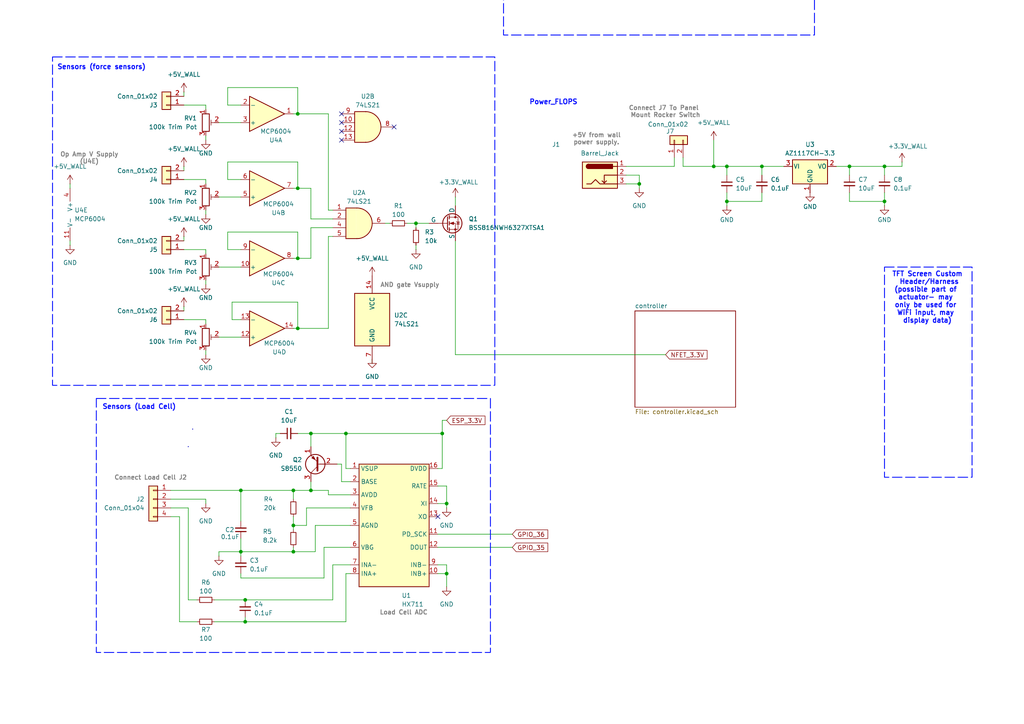
<source format=kicad_sch>
(kicad_sch (version 20231120) (generator "eeschema") (generator_version "8.0")
  (paper "A4")
  (title_block (title "FLOPS") (date "2024-11-14") (rev "3") (company "Team 09"))
  (lib_symbols
    (symbol "74xx:74LS21" (pin_names (offset 1.016))
      (property "Reference" "U" (at 0 1.27 0))
      (property "Value" "74LS21" (at 0 -1.27 0))
      (symbol "74LS21_1_1"
        (arc (start -0.635 -4.445) (mid 3.7907 0) (end -0.635 4.445) (stroke (width 0.254)) (fill (type background)))
        (polyline (pts (xy -0.635 4.445) (xy -3.81 4.445) (xy -3.81 -4.445) (xy -0.635 -4.445)) (stroke (width 0.254)) (fill (type background)))
        (pin input line (at -7.62 3.81 0) (length 3.81) (name "~") (number "1"))
        (pin input line (at -7.62 1.27 0) (length 3.81) (name "~") (number "2"))
        (pin input line (at -7.62 -1.27 0) (length 3.81) (name "~") (number "4"))
        (pin input line (at -7.62 -3.81 0) (length 3.81) (name "~") (number "5"))
        (pin output line (at 7.62 0 180) (length 3.81) (name "~") (number "6"))
      )
      (symbol "74LS21_1_2"
        (arc (start -3.81 -4.445) (mid -2.5908 0) (end -3.81 4.445) (stroke (width 0.254)))
        (arc (start -0.6096 -4.445) (mid 2.2246 -2.8422) (end 3.81 0) (stroke (width 0.254)) (fill (type background)))
        (polyline (pts (xy -3.81 -4.445) (xy -0.635 -4.445)) (stroke (width 0.254)) (fill (type background)))
        (polyline (pts (xy -3.81 4.445) (xy -0.635 4.445)) (stroke (width 0.254)) (fill (type background)))
        (polyline (pts (xy -0.635 4.445) (xy -3.81 4.445) (xy -3.81 4.445) (xy -3.6322 4.0894) (xy -3.0988 2.921) (xy -2.7686 1.6764) (xy -2.6162 0.4318) (xy -2.6416 -0.8636) (xy -2.8702 -2.1082) (xy -3.2512 -3.3274) (xy -3.81 -4.445) (xy -3.81 -4.445) (xy -0.635 -4.445)) (stroke (width -25.4)) (fill (type background)))
        (arc (start 3.81 0) (mid 2.2204 2.8379) (end -0.6096 4.445) (stroke (width 0.254)) (fill (type background)))
        (pin input inverted (at -7.62 3.81 0) (length 3.81) (name "~") (number "1"))
        (pin input inverted (at -7.62 1.27 0) (length 4.826) (name "~") (number "2"))
        (pin input inverted (at -7.62 -1.27 0) (length 4.826) (name "~") (number "4"))
        (pin input inverted (at -7.62 -3.81 0) (length 3.81) (name "~") (number "5"))
        (pin output inverted (at 7.62 0 180) (length 3.81) (name "~") (number "6"))
      )
      (symbol "74LS21_2_1"
        (arc (start -0.635 -4.445) (mid 3.7907 0) (end -0.635 4.445) (stroke (width 0.254)) (fill (type background)))
        (polyline (pts (xy -0.635 4.445) (xy -3.81 4.445) (xy -3.81 -4.445) (xy -0.635 -4.445)) (stroke (width 0.254)) (fill (type background)))
        (pin input line (at -7.62 1.27 0) (length 3.81) (name "~") (number "10"))
        (pin input line (at -7.62 -1.27 0) (length 3.81) (name "~") (number "12"))
        (pin input line (at -7.62 -3.81 0) (length 3.81) (name "~") (number "13"))
        (pin output line (at 7.62 0 180) (length 3.81) (name "~") (number "8"))
        (pin input line (at -7.62 3.81 0) (length 3.81) (name "~") (number "9"))
      )
      (symbol "74LS21_2_2"
        (arc (start -3.81 -4.445) (mid -2.5908 0) (end -3.81 4.445) (stroke (width 0.254)))
        (arc (start -0.6096 -4.445) (mid 2.2246 -2.8422) (end 3.81 0) (stroke (width 0.254)) (fill (type background)))
        (polyline (pts (xy -3.81 -4.445) (xy -0.635 -4.445)) (stroke (width 0.254)) (fill (type background)))
        (polyline (pts (xy -3.81 4.445) (xy -0.635 4.445)) (stroke (width 0.254)) (fill (type background)))
        (polyline (pts (xy -0.635 4.445) (xy -3.81 4.445) (xy -3.81 4.445) (xy -3.6322 4.0894) (xy -3.0988 2.921) (xy -2.7686 1.6764) (xy -2.6162 0.4318) (xy -2.6416 -0.8636) (xy -2.8702 -2.1082) (xy -3.2512 -3.3274) (xy -3.81 -4.445) (xy -3.81 -4.445) (xy -0.635 -4.445)) (stroke (width -25.4)) (fill (type background)))
        (arc (start 3.81 0) (mid 2.2204 2.8379) (end -0.6096 4.445) (stroke (width 0.254)) (fill (type background)))
        (pin input inverted (at -7.62 1.27 0) (length 4.826) (name "~") (number "10"))
        (pin input inverted (at -7.62 -1.27 0) (length 4.826) (name "~") (number "12"))
        (pin input inverted (at -7.62 -3.81 0) (length 3.81) (name "~") (number "13"))
        (pin output inverted (at 7.62 0 180) (length 3.81) (name "~") (number "8"))
        (pin input inverted (at -7.62 3.81 0) (length 3.81) (name "~") (number "9"))
      )
      (symbol "74LS21_3_0"
        (pin power_in line (at 0 12.7 270) (length 5.08) (name "VCC") (number "14"))
        (pin power_in line (at 0 -12.7 90) (length 5.08) (name "GND") (number "7"))
      )
      (symbol "74LS21_3_1"
        (rectangle (start -5.08 7.62) (end 5.08 -7.62) (stroke (width 0.254)) (fill (type background)))
      )
    )
    (symbol "Amplifier_Operational:MCP6004" (pin_names (offset 0.127))
      (property "Reference" "U" (at 0 5.08 0))
      (property "Value" "MCP6004" (at 0 -5.08 0))
      (symbol "MCP6004_1_1"
        (polyline (pts (xy -5.08 5.08) (xy 5.08 0) (xy -5.08 -5.08) (xy -5.08 5.08)) (stroke (width 0.254)) (fill (type background)))
        (pin output line (at 7.62 0 180) (length 2.54) (name "~") (number "1"))
        (pin input line (at -7.62 -2.54 0) (length 2.54) (name "-") (number "2"))
        (pin input line (at -7.62 2.54 0) (length 2.54) (name "+") (number "3"))
      )
      (symbol "MCP6004_2_1"
        (polyline (pts (xy -5.08 5.08) (xy 5.08 0) (xy -5.08 -5.08) (xy -5.08 5.08)) (stroke (width 0.254)) (fill (type background)))
        (pin input line (at -7.62 2.54 0) (length 2.54) (name "+") (number "5"))
        (pin input line (at -7.62 -2.54 0) (length 2.54) (name "-") (number "6"))
        (pin output line (at 7.62 0 180) (length 2.54) (name "~") (number "7"))
      )
      (symbol "MCP6004_3_1"
        (polyline (pts (xy -5.08 5.08) (xy 5.08 0) (xy -5.08 -5.08) (xy -5.08 5.08)) (stroke (width 0.254)) (fill (type background)))
        (pin input line (at -7.62 2.54 0) (length 2.54) (name "+") (number "10"))
        (pin output line (at 7.62 0 180) (length 2.54) (name "~") (number "8"))
        (pin input line (at -7.62 -2.54 0) (length 2.54) (name "-") (number "9"))
      )
      (symbol "MCP6004_4_1"
        (polyline (pts (xy -5.08 5.08) (xy 5.08 0) (xy -5.08 -5.08) (xy -5.08 5.08)) (stroke (width 0.254)) (fill (type background)))
        (pin input line (at -7.62 2.54 0) (length 2.54) (name "+") (number "12"))
        (pin input line (at -7.62 -2.54 0) (length 2.54) (name "-") (number "13"))
        (pin output line (at 7.62 0 180) (length 2.54) (name "~") (number "14"))
      )
      (symbol "MCP6004_5_1"
        (pin power_in line (at -2.54 -7.62 90) (length 3.81) (name "V-") (number "11"))
        (pin power_in line (at -2.54 7.62 270) (length 3.81) (name "V+") (number "4"))
      )
    )
    (symbol "Analog_ADC:HX711"
      (property "Reference" "U1" (at 2.1941 -20.32 0))
      (property "Value" "HX711" (at 2.1941 -22.86 0))
      (symbol "HX711_0_1"
        (rectangle (start -10.16 17.78) (end 10.16 -17.78) (stroke (width 0.254)) (fill (type background)))
      )
      (symbol "HX711_1_1"
        (pin power_in line (at -12.7 16.51 0) (length 2.54) (name "VSUP") (number "1"))
        (pin input line (at 12.7 -13.97 180) (length 2.54) (name "INB+") (number "10"))
        (pin input line (at 12.7 -2.54 180) (length 2.54) (name "PD_SCK") (number "11"))
        (pin output line (at 12.7 -6.35 180) (length 2.54) (name "DOUT") (number "12"))
        (pin passive line (at 12.7 2.54 180) (length 2.54) (name "XO") (number "13"))
        (pin passive line (at 12.7 6.35 180) (length 2.54) (name "XI") (number "14"))
        (pin input line (at 12.7 11.43 180) (length 2.54) (name "RATE") (number "15"))
        (pin power_in line (at 12.7 16.51 180) (length 2.54) (name "DVDD") (number "16"))
        (pin passive line (at -12.7 12.7 0) (length 2.54) (name "BASE") (number "2"))
        (pin power_in line (at -12.7 8.89 0) (length 2.54) (name "AVDD") (number "3"))
        (pin input line (at -12.7 5.08 0) (length 2.54) (name "VFB") (number "4"))
        (pin power_in line (at -12.7 0 0) (length 2.54) (name "AGND") (number "5"))
        (pin passive line (at -12.7 -6.35 0) (length 2.54) (name "VBG") (number "6"))
        (pin input line (at -12.7 -11.43 0) (length 2.54) (name "INA-") (number "7"))
        (pin input line (at -12.7 -13.97 0) (length 2.54) (name "INA+") (number "8"))
        (pin input line (at 12.7 -11.43 180) (length 2.54) (name "INB-") (number "9"))
      )
    )
    (symbol "Connector:Barrel_Jack_Switch_Pin3Ring" (pin_names hide)
      (property "Reference" "J" (at 0 5.334 0))
      (property "Value" "Barrel_Jack_Switch_Pin3Ring" (at 0 -5.08 0))
      (symbol "Barrel_Jack_Switch_Pin3Ring_0_1"
        (rectangle (start -5.08 3.81) (end 5.08 -3.81) (stroke (width 0.254)) (fill (type background)))
        (arc (start -3.302 3.175) (mid -3.9343 2.54) (end -3.302 1.905) (stroke (width 0.254)))
        (arc (start -3.302 3.175) (mid -3.9343 2.54) (end -3.302 1.905) (stroke (width 0.254)) (fill (type outline)))
        (polyline (pts (xy 1.27 -2.286) (xy 1.905 -1.651)) (stroke (width 0.254)))
        (polyline (pts (xy 5.08 2.54) (xy 3.81 2.54)) (stroke (width 0.254)))
        (polyline (pts (xy 5.08 0) (xy 1.27 0) (xy 1.27 -2.286) (xy 0.635 -1.651)) (stroke (width 0.254)))
        (polyline (pts (xy -3.81 -2.54) (xy -2.54 -2.54) (xy -1.27 -1.27) (xy 0 -2.54) (xy 2.54 -2.54) (xy 5.08 -2.54)) (stroke (width 0.254)))
        (rectangle (start 3.683 3.175) (end -3.302 1.905) (stroke (width 0.254)) (fill (type outline)))
      )
      (symbol "Barrel_Jack_Switch_Pin3Ring_1_1"
        (pin passive line (at 7.62 2.54 180) (length 2.54) (name "~") (number "1"))
        (pin passive line (at 7.62 0 180) (length 2.54) (name "~") (number "2"))
        (pin passive line (at 7.62 -2.54 180) (length 2.54) (name "~") (number "3"))
      )
    )
    (symbol "Connector_Generic:Conn_01x02" (pin_names (offset 1.016) hide)
      (property "Reference" "J" (at 0 2.54 0))
      (property "Value" "Conn_01x02" (at 0 -5.08 0))
      (symbol "Conn_01x02_1_1"
        (rectangle (start -1.27 -2.413) (end 0 -2.667) (stroke (width 0.1524)))
        (rectangle (start -1.27 0.127) (end 0 -0.127) (stroke (width 0.1524)))
        (rectangle (start -1.27 1.27) (end 1.27 -3.81) (stroke (width 0.254)) (fill (type background)))
        (pin passive line (at -5.08 0 0) (length 3.81) (name "Pin_1") (number "1"))
        (pin passive line (at -5.08 -2.54 0) (length 3.81) (name "Pin_2") (number "2"))
      )
    )
    (symbol "Connector_Generic:Conn_01x04" (pin_names (offset 1.016) hide)
      (property "Reference" "J" (at 0 5.08 0))
      (property "Value" "Conn_01x04" (at 0 -7.62 0))
      (symbol "Conn_01x04_1_1"
        (rectangle (start -1.27 -4.953) (end 0 -5.207) (stroke (width 0.1524)))
        (rectangle (start -1.27 -2.413) (end 0 -2.667) (stroke (width 0.1524)))
        (rectangle (start -1.27 0.127) (end 0 -0.127) (stroke (width 0.1524)))
        (rectangle (start -1.27 2.667) (end 0 2.413) (stroke (width 0.1524)))
        (rectangle (start -1.27 3.81) (end 1.27 -6.35) (stroke (width 0.254)) (fill (type background)))
        (pin passive line (at -5.08 2.54 0) (length 3.81) (name "Pin_1") (number "1"))
        (pin passive line (at -5.08 0 0) (length 3.81) (name "Pin_2") (number "2"))
        (pin passive line (at -5.08 -2.54 0) (length 3.81) (name "Pin_3") (number "3"))
        (pin passive line (at -5.08 -5.08 0) (length 3.81) (name "Pin_4") (number "4"))
      )
    )
    (symbol "Device:C_Small" (pin_numbers hide) (pin_names (offset 0.254) hide)
      (property "Reference" "C" (at 0.254 1.778 0))
      (property "Value" "C_Small" (at 0.254 -2.032 0))
      (symbol "C_Small_0_1"
        (polyline (pts (xy -1.524 -0.508) (xy 1.524 -0.508)) (stroke (width 0.3302)))
        (polyline (pts (xy -1.524 0.508) (xy 1.524 0.508)) (stroke (width 0.3048)))
      )
      (symbol "C_Small_1_1"
        (pin passive line (at 0 2.54 270) (length 2.032) (name "~") (number "1"))
        (pin passive line (at 0 -2.54 90) (length 2.032) (name "~") (number "2"))
      )
    )
    (symbol "Device:R_Potentiometer_Trim" (pin_names (offset 1.016) hide)
      (property "Reference" "RV" (at -4.445 0 90))
      (property "Value" "R_Potentiometer_Trim" (at -2.54 0 90))
      (symbol "R_Potentiometer_Trim_0_1"
        (polyline (pts (xy 1.524 0.762) (xy 1.524 -0.762)))
        (polyline (pts (xy 2.54 0) (xy 1.524 0)))
        (rectangle (start 1.016 2.54) (end -1.016 -2.54) (stroke (width 0.254)))
      )
      (symbol "R_Potentiometer_Trim_1_1"
        (pin passive line (at 0 3.81 270) (length 1.27) (name "1") (number "1"))
        (pin passive line (at 3.81 0 180) (length 1.27) (name "2") (number "2"))
        (pin passive line (at 0 -3.81 90) (length 1.27) (name "3") (number "3"))
      )
    )
    (symbol "Device:R_Small" (pin_numbers hide) (pin_names (offset 0.254) hide)
      (property "Reference" "R" (at 0.762 0.508 0))
      (property "Value" "R_Small" (at 0.762 -1.016 0))
      (symbol "R_Small_0_1"
        (rectangle (start -0.762 1.778) (end 0.762 -1.778) (stroke (width 0.2032)))
      )
      (symbol "R_Small_1_1"
        (pin passive line (at 0 2.54 270) (length 0.762) (name "~") (number "1"))
        (pin passive line (at 0 -2.54 90) (length 0.762) (name "~") (number "2"))
      )
    )
    (symbol "Regulator_Linear:AZ1117-3.3" (pin_names (offset 0.254))
      (property "Reference" "U" (at -3.81 3.175 0))
      (property "Value" "AZ1117-3.3" (at 0 3.175 0))
      (symbol "AZ1117-3.3_0_1"
        (rectangle (start -5.08 1.905) (end 5.08 -5.08) (stroke (width 0.254)) (fill (type background)))
      )
      (symbol "AZ1117-3.3_1_1"
        (pin power_in line (at 0 -7.62 90) (length 2.54) (name "GND") (number "1"))
        (pin power_out line (at 7.62 0 180) (length 2.54) (name "VO") (number "2"))
        (pin power_in line (at -7.62 0 0) (length 2.54) (name "VI") (number "3"))
      )
    )
    (symbol "Simulation_SPICE:NMOS" (pin_numbers hide) (pin_names (offset 0))
      (property "Reference" "Q" (at 5.08 1.27 0))
      (property "Value" "NMOS" (at 5.08 -1.27 0))
      (symbol "NMOS_0_1"
        (polyline (pts (xy 0.254 0) (xy -2.54 0)))
        (polyline (pts (xy 0.254 1.905) (xy 0.254 -1.905)) (stroke (width 0.254)))
        (polyline (pts (xy 0.762 -1.27) (xy 0.762 -2.286)) (stroke (width 0.254)))
        (polyline (pts (xy 0.762 0.508) (xy 0.762 -0.508)) (stroke (width 0.254)))
        (polyline (pts (xy 0.762 2.286) (xy 0.762 1.27)) (stroke (width 0.254)))
        (polyline (pts (xy 2.54 2.54) (xy 2.54 1.778)))
        (polyline (pts (xy 2.54 -2.54) (xy 2.54 0) (xy 0.762 0)))
        (polyline (pts (xy 0.762 -1.778) (xy 3.302 -1.778) (xy 3.302 1.778) (xy 0.762 1.778)))
        (polyline (pts (xy 1.016 0) (xy 2.032 0.381) (xy 2.032 -0.381) (xy 1.016 0)) (fill (type outline)))
        (polyline (pts (xy 2.794 0.508) (xy 2.921 0.381) (xy 3.683 0.381) (xy 3.81 0.254)))
        (polyline (pts (xy 3.302 0.381) (xy 2.921 -0.254) (xy 3.683 -0.254) (xy 3.302 0.381)))
        (circle (center 1.651 0) (radius 2.794) (stroke (width 0.254)))
        (circle (center 2.54 -1.778) (radius 0.254) (fill (type outline)))
        (circle (center 2.54 1.778) (radius 0.254) (fill (type outline)))
      )
      (symbol "NMOS_1_1"
        (pin passive line (at 2.54 5.08 270) (length 2.54) (name "D") (number "1"))
        (pin input line (at -5.08 0 0) (length 2.54) (name "G") (number "2"))
        (pin passive line (at 2.54 -5.08 90) (length 2.54) (name "S") (number "3"))
      )
    )
    (symbol "Transistor_BJT:S8550" (pin_names (offset 0) hide)
      (property "Reference" "Q" (at 5.08 1.905 0))
      (property "Value" "S8550" (at 5.08 0 0))
      (symbol "S8550_0_1"
        (polyline (pts (xy 0 0) (xy 0.635 0)))
        (polyline (pts (xy 2.54 -2.54) (xy 0.635 -0.635)))
        (polyline (pts (xy 2.54 2.54) (xy 0.635 0.635)))
        (polyline (pts (xy 0.635 1.905) (xy 0.635 -1.905) (xy 0.635 -1.905)) (stroke (width 0.508)) (fill (type outline)))
        (polyline (pts (xy 1.778 -2.286) (xy 2.286 -1.778) (xy 1.27 -1.27) (xy 1.778 -2.286) (xy 1.778 -2.286)) (fill (type outline)))
        (circle (center 1.27 0) (radius 2.8194) (stroke (width 0.254)))
      )
      (symbol "S8550_1_1"
        (pin passive line (at 2.54 -5.08 90) (length 2.54) (name "E") (number "1"))
        (pin input line (at -5.08 0 0) (length 5.08) (name "B") (number "2"))
        (pin passive line (at 2.54 5.08 270) (length 2.54) (name "C") (number "3"))
      )
    )
    (symbol "power:+3.3V" (power) (pin_numbers hide) (pin_names (offset 0) hide)
      (property "Value" "+3.3V" (at 0 3.556 0))
      (symbol "+3.3V_0_1"
        (polyline (pts (xy -0.762 1.27) (xy 0 2.54)))
        (polyline (pts (xy 0 0) (xy 0 2.54)))
        (polyline (pts (xy 0 2.54) (xy 0.762 1.27)))
      )
      (symbol "+3.3V_1_1"
        (pin power_in line (at 0 0 90) (length 0) (name "~") (number "1"))
      )
    )
    (symbol "power:+5V" (power) (pin_numbers hide) (pin_names (offset 0) hide)
      (property "Value" "+5V" (at 0 3.556 0))
      (symbol "+5V_0_1"
        (polyline (pts (xy -0.762 1.27) (xy 0 2.54)))
        (polyline (pts (xy 0 0) (xy 0 2.54)))
        (polyline (pts (xy 0 2.54) (xy 0.762 1.27)))
      )
      (symbol "+5V_1_1"
        (pin power_in line (at 0 0 90) (length 0) (name "~") (number "1"))
      )
    )
    (symbol "power:GND" (power) (pin_numbers hide) (pin_names (offset 0) hide)
      (property "Value" "GND" (at 0 -3.81 0))
      (symbol "GND_0_1"
        (polyline (pts (xy 0 0) (xy 0 -1.27) (xy 1.27 -1.27) (xy 0 -2.54) (xy -1.27 -1.27) (xy 0 -1.27)))
      )
      (symbol "GND_1_1"
        (pin power_in line (at 0 0 270) (length 0) (name "~") (number "1"))
      )
    )
  )
  (junction (at 129.54 166.37))
  (junction (at 220.98 48.26))
  (junction (at 210.82 48.26))
  (junction (at 128.27 125.73))
  (junction (at 86.36 74.93))
  (junction (at 207.01 48.26))
  (junction (at 90.17 125.73))
  (junction (at 69.85 160.02))
  (junction (at 85.09 142.24))
  (junction (at 69.85 142.24))
  (junction (at 256.54 58.42))
  (junction (at 100.33 125.73))
  (junction (at 210.82 58.42))
  (junction (at 71.12 173.99))
  (junction (at 71.12 180.34))
  (junction (at 85.09 152.4))
  (junction (at 90.17 142.24))
  (junction (at 129.54 146.05))
  (junction (at 86.36 54.61))
  (junction (at 86.36 33.02))
  (junction (at 246.38 48.26))
  (junction (at 85.09 160.02))
  (junction (at 120.65 64.77))
  (junction (at 185.42 53.34))
  (junction (at 86.36 95.25))
  (junction (at 256.54 48.26))
  (no_connect (at 127 149.86))
  (no_connect (at 99.06 33.02))
  (no_connect (at 114.3 36.83))
  (no_connect (at 99.06 35.56))
  (no_connect (at 99.06 40.64))
  (no_connect (at 99.06 38.1))
  (wire (pts (xy 62.23 173.99) (xy 71.12 173.99)))
  (wire (pts (xy 111.76 64.77) (xy 113.03 64.77)))
  (wire (pts (xy 127 140.97) (xy 129.54 140.97)))
  (wire (pts (xy 128.27 121.92) (xy 128.27 125.73)))
  (wire (pts (xy 85.09 74.93) (xy 86.36 74.93)))
  (wire (pts (xy 256.54 58.42) (xy 256.54 59.69)))
  (wire (pts (xy 185.42 53.34) (xy 185.42 54.61)))
  (wire (pts (xy 93.98 167.64) (xy 69.85 167.64)))
  (wire (pts (xy 49.53 142.24) (xy 69.85 142.24)))
  (wire (pts (xy 69.85 160.02) (xy 85.09 160.02)))
  (wire (pts (xy 63.5 57.15) (xy 69.85 57.15)))
  (wire (pts (xy 86.36 74.93) (xy 90.17 74.93)))
  (wire (pts (xy 69.85 142.24) (xy 69.85 151.13)))
  (wire (pts (xy 198.12 48.26) (xy 198.12 45.72)))
  (wire (pts (xy 242.57 48.26) (xy 246.38 48.26)))
  (wire (pts (xy 85.09 160.02) (xy 85.09 158.75)))
  (wire (pts (xy 53.34 92.71) (xy 59.69 92.71)))
  (wire (pts (xy 80.01 125.73) (xy 80.01 127)))
  (wire (pts (xy 69.85 156.21) (xy 69.85 160.02)))
  (wire (pts (xy 49.53 144.78) (xy 59.69 144.78)))
  (wire (pts (xy 63.5 160.02) (xy 69.85 160.02)))
  (wire (pts (xy 101.6 147.32) (xy 88.9 147.32)))
  (wire (pts (xy 59.69 30.48) (xy 59.69 31.75)))
  (wire (pts (xy 90.17 125.73) (xy 100.33 125.73)))
  (wire (pts (xy 132.08 102.87) (xy 193.04 102.87)))
  (wire (pts (xy 198.12 48.26) (xy 207.01 48.26)))
  (wire (pts (xy 95.25 68.58) (xy 96.52 68.58)))
  (wire (pts (xy 59.69 144.78) (xy 59.69 146.05)))
  (wire (pts (xy 53.34 68.58) (xy 53.34 69.85)))
  (wire (pts (xy 246.38 48.26) (xy 246.38 50.8)))
  (wire (pts (xy 67.31 92.71) (xy 69.85 92.71)))
  (wire (pts (xy 59.69 72.39) (xy 59.69 73.66)))
  (wire (pts (xy 181.61 48.26) (xy 195.58 48.26)))
  (wire (pts (xy 220.98 48.26) (xy 220.98 50.8)))
  (wire (pts (xy 220.98 48.26) (xy 227.33 48.26)))
  (wire (pts (xy 66.04 72.39) (xy 69.85 72.39)))
  (wire (pts (xy 59.69 39.37) (xy 59.69 40.64)))
  (wire (pts (xy 81.28 125.73) (xy 80.01 125.73)))
  (wire (pts (xy 20.32 53.34) (xy 20.32 54.61)))
  (wire (pts (xy 127 166.37) (xy 129.54 166.37)))
  (wire (pts (xy 53.34 48.26) (xy 53.34 49.53)))
  (wire (pts (xy 63.5 35.56) (xy 69.85 35.56)))
  (wire (pts (xy 118.11 64.77) (xy 120.65 64.77)))
  (wire (pts (xy 53.34 88.9) (xy 53.34 90.17)))
  (wire (pts (xy 95.25 33.02) (xy 95.25 60.96)))
  (wire (pts (xy 85.09 152.4) (xy 85.09 153.67)))
  (wire (pts (xy 66.04 67.31) (xy 86.36 67.31)))
  (wire (pts (xy 52.07 149.86) (xy 52.07 180.34)))
  (wire (pts (xy 210.82 55.88) (xy 210.82 58.42)))
  (wire (pts (xy 67.31 87.63) (xy 67.31 92.71)))
  (wire (pts (xy 101.6 166.37) (xy 100.33 166.37)))
  (wire (pts (xy 90.17 125.73) (xy 90.17 129.54)))
  (wire (pts (xy 256.54 55.88) (xy 256.54 58.42)))
  (wire (pts (xy 86.36 67.31) (xy 86.36 74.93)))
  (wire (pts (xy 86.36 46.99) (xy 86.36 54.61)))
  (wire (pts (xy 59.69 101.6) (xy 59.69 102.87)))
  (wire (pts (xy 85.09 33.02) (xy 86.36 33.02)))
  (wire (pts (xy 120.65 64.77) (xy 120.65 66.04)))
  (wire (pts (xy 85.09 149.86) (xy 85.09 152.4)))
  (wire (pts (xy 210.82 58.42) (xy 220.98 58.42)))
  (wire (pts (xy 100.33 166.37) (xy 100.33 180.34)))
  (wire (pts (xy 20.32 69.85) (xy 20.32 71.12)))
  (wire (pts (xy 69.85 142.24) (xy 85.09 142.24)))
  (wire (pts (xy 63.5 161.29) (xy 63.5 160.02)))
  (wire (pts (xy 256.54 48.26) (xy 256.54 50.8)))
  (wire (pts (xy 71.12 173.99) (xy 96.52 173.99)))
  (wire (pts (xy 101.6 135.89) (xy 100.33 135.89)))
  (wire (pts (xy 95.25 95.25) (xy 95.25 68.58)))
  (wire (pts (xy 49.53 147.32) (xy 54.61 147.32)))
  (wire (pts (xy 53.34 72.39) (xy 59.69 72.39)))
  (wire (pts (xy 53.34 52.07) (xy 59.69 52.07)))
  (wire (pts (xy 86.36 54.61) (xy 90.17 54.61)))
  (wire (pts (xy 88.9 147.32) (xy 88.9 152.4)))
  (wire (pts (xy 85.09 160.02) (xy 91.44 160.02)))
  (wire (pts (xy 129.54 146.05) (xy 129.54 147.32)))
  (wire (pts (xy 90.17 142.24) (xy 90.17 139.7)))
  (wire (pts (xy 59.69 81.28) (xy 59.69 82.55)))
  (wire (pts (xy 220.98 58.42) (xy 220.98 55.88)))
  (wire (pts (xy 85.09 142.24) (xy 90.17 142.24)))
  (wire (pts (xy 86.36 125.73) (xy 90.17 125.73)))
  (wire (pts (xy 91.44 152.4) (xy 91.44 160.02)))
  (wire (pts (xy 100.33 125.73) (xy 100.33 135.89)))
  (wire (pts (xy 49.53 149.86) (xy 52.07 149.86)))
  (wire (pts (xy 101.6 143.51) (xy 95.25 143.51)))
  (wire (pts (xy 207.01 48.26) (xy 210.82 48.26)))
  (wire (pts (xy 207.01 40.64) (xy 207.01 48.26)))
  (wire (pts (xy 210.82 48.26) (xy 210.82 50.8)))
  (wire (pts (xy 53.34 26.67) (xy 53.34 27.94)))
  (wire (pts (xy 86.36 25.4) (xy 86.36 33.02)))
  (wire (pts (xy 66.04 52.07) (xy 69.85 52.07)))
  (wire (pts (xy 129.54 121.92) (xy 128.27 121.92)))
  (wire (pts (xy 107.95 105.41) (xy 107.95 104.14)))
  (wire (pts (xy 59.69 92.71) (xy 59.69 93.98)))
  (wire (pts (xy 181.61 50.8) (xy 185.42 50.8)))
  (wire (pts (xy 256.54 48.26) (xy 261.62 48.26)))
  (wire (pts (xy 210.82 58.42) (xy 210.82 59.69)))
  (wire (pts (xy 127 163.83) (xy 129.54 163.83)))
  (wire (pts (xy 66.04 46.99) (xy 66.04 52.07)))
  (wire (pts (xy 132.08 57.15) (xy 132.08 59.69)))
  (wire (pts (xy 88.9 152.4) (xy 85.09 152.4)))
  (wire (pts (xy 96.52 163.83) (xy 96.52 173.99)))
  (wire (pts (xy 52.07 180.34) (xy 57.15 180.34)))
  (wire (pts (xy 99.06 134.62) (xy 97.79 134.62)))
  (wire (pts (xy 62.23 180.34) (xy 71.12 180.34)))
  (wire (pts (xy 95.25 60.96) (xy 96.52 60.96)))
  (wire (pts (xy 90.17 63.5) (xy 96.52 63.5)))
  (wire (pts (xy 127 154.94) (xy 148.59 154.94)))
  (wire (pts (xy 120.65 64.77) (xy 124.46 64.77)))
  (wire (pts (xy 185.42 50.8) (xy 185.42 53.34)))
  (wire (pts (xy 71.12 180.34) (xy 100.33 180.34)))
  (wire (pts (xy 63.5 97.79) (xy 69.85 97.79)))
  (wire (pts (xy 101.6 152.4) (xy 91.44 152.4)))
  (wire (pts (xy 99.06 134.62) (xy 99.06 139.7)))
  (wire (pts (xy 66.04 25.4) (xy 66.04 30.48)))
  (wire (pts (xy 90.17 54.61) (xy 90.17 63.5)))
  (wire (pts (xy 99.06 139.7) (xy 101.6 139.7)))
  (wire (pts (xy 59.69 60.96) (xy 59.69 62.23)))
  (wire (pts (xy 63.5 77.47) (xy 69.85 77.47)))
  (wire (pts (xy 210.82 48.26) (xy 220.98 48.26)))
  (wire (pts (xy 129.54 146.05) (xy 127 146.05)))
  (wire (pts (xy 54.61 147.32) (xy 54.61 173.99)))
  (wire (pts (xy 129.54 163.83) (xy 129.54 166.37)))
  (wire (pts (xy 129.54 140.97) (xy 129.54 146.05)))
  (wire (pts (xy 66.04 46.99) (xy 86.36 46.99)))
  (wire (pts (xy 85.09 54.61) (xy 86.36 54.61)))
  (wire (pts (xy 90.17 66.04) (xy 96.52 66.04)))
  (wire (pts (xy 85.09 95.25) (xy 86.36 95.25)))
  (wire (pts (xy 67.31 87.63) (xy 86.36 87.63)))
  (wire (pts (xy 120.65 71.12) (xy 120.65 72.39)))
  (wire (pts (xy 90.17 74.93) (xy 90.17 66.04)))
  (wire (pts (xy 132.08 69.85) (xy 132.08 102.87)))
  (wire (pts (xy 127 158.75) (xy 148.59 158.75)))
  (wire (pts (xy 53.34 30.48) (xy 59.69 30.48)))
  (wire (pts (xy 86.36 95.25) (xy 95.25 95.25)))
  (wire (pts (xy 100.33 125.73) (xy 128.27 125.73)))
  (wire (pts (xy 59.69 52.07) (xy 59.69 53.34)))
  (wire (pts (xy 95.25 142.24) (xy 90.17 142.24)))
  (wire (pts (xy 69.85 167.64) (xy 69.85 166.37)))
  (wire (pts (xy 246.38 55.88) (xy 246.38 58.42)))
  (wire (pts (xy 86.36 33.02) (xy 95.25 33.02)))
  (wire (pts (xy 54.61 173.99) (xy 57.15 173.99)))
  (wire (pts (xy 93.98 158.75) (xy 93.98 167.64)))
  (wire (pts (xy 85.09 142.24) (xy 85.09 144.78)))
  (wire (pts (xy 101.6 163.83) (xy 96.52 163.83)))
  (wire (pts (xy 86.36 87.63) (xy 86.36 95.25)))
  (wire (pts (xy 181.61 53.34) (xy 185.42 53.34)))
  (wire (pts (xy 246.38 48.26) (xy 256.54 48.26)))
  (wire (pts (xy 129.54 166.37) (xy 129.54 170.18)))
  (wire (pts (xy 71.12 180.34) (xy 71.12 179.07)))
  (wire (pts (xy 95.25 143.51) (xy 95.25 142.24)))
  (wire (pts (xy 66.04 25.4) (xy 86.36 25.4)))
  (wire (pts (xy 101.6 158.75) (xy 93.98 158.75)))
  (wire (pts (xy 246.38 58.42) (xy 256.54 58.42)))
  (wire (pts (xy 195.58 48.26) (xy 195.58 45.72)))
  (wire (pts (xy 128.27 135.89) (xy 128.27 125.73)))
  (wire (pts (xy 261.62 46.99) (xy 261.62 48.26)))
  (wire (pts (xy 66.04 30.48) (xy 69.85 30.48)))
  (wire (pts (xy 66.04 67.31) (xy 66.04 72.39)))
  (wire (pts (xy 127 135.89) (xy 128.27 135.89)))
  (wire (pts (xy 69.85 160.02) (xy 69.85 161.29)))
  (rectangle (start 15.24 16.51) (end 143.51 111.76) (stroke (width 0.254) (type dash) (color 0 11 255 1)))
  (rectangle (start 146.05 -24.13) (end 236.22 10.16) (stroke (width 0.254) (type dash) (color 0 11 255 1)))
  (circle (center 54.61 129.54) (radius 0.0001))
  (rectangle (start 256.54 77.47) (end 281.94 138.43) (stroke (width 0.254) (type dash) (color 0 11 255 1)))
  (rectangle (start 27.94 115.57) (end 142.24 189.23) (stroke (width 0.254) (type dash) (color 0 11 255 1)))
  (circle (center 55.88 124.46) (radius 0.0001))
  (text "Connect J7 To Panel\n Mount Rocker Switch" (at 192.532 32.512 0) (effects (font (size 1.27 1.27) (thickness 0.254) (bold yes))))
  (text "Power_FLOPS" (at 160.528 29.718 0) (effects (font (size 1.397 1.397) (thickness 0.2794) (bold yes))))
  (text "+5V from wall \npower supply. " (at 173.482 40.386 0) (effects (font (size 1.27 1.27) (thickness 0.254) (bold yes))))
  (text "Op Amp V Supply\n(U4E)\n" (at 25.908 45.974 0) (effects (font (size 1.27 1.27) (thickness 0.254) (bold yes))))
  (text "Sensors (Load Cell)" (at 40.386 118.11 0) (effects (font (size 1.397 1.397) (thickness 0.2794) (bold yes))))
  (text "Load Cell ADC" (at 117.094 177.8 0) (effects (font (size 1.27 1.27) (thickness 0.254) (bold yes))))
  (text "Sensors (force sensors)" (at 29.464 19.558 0) (effects (font (size 1.397 1.397) (thickness 0.2794) (bold yes))))
  (text "Connect Load Cell J2\n" (at 43.688 138.684 0) (effects (font (size 1.27 1.27) (thickness 0.254) (bold yes))))
  (text "TFT Screen Custom\n Header/Harness\n(possible part of \nactuator- may \nonly be used for \nWiFi input, may \ndisplay data)" (at 268.986 86.36 0) (effects (font (size 1.397 1.397) (thickness 0.2794) (bold yes))))
  (text "AND gate Vsupply\n" (at 118.872 82.804 0) (effects (font (size 1.27 1.27) (thickness 0.254) (bold yes))))
  (global_label "NFET_3.3V" (shape input) (at 193.04 102.87 0) (property "Intersheetrefs" "${INTERSHEET_REFS}" (effects (hide yes))))
  (global_label "GPIO_35" (shape input) (at 148.59 158.75 0) (property "Intersheetrefs" "${INTERSHEET_REFS}" (effects (hide yes))))
  (global_label "GPIO_36" (shape input) (at 148.59 154.94 0) (property "Intersheetrefs" "${INTERSHEET_REFS}" (effects (hide yes))))
  (global_label "ESP_3.3V" (shape input) (at 129.54 121.92 0) (property "Intersheetrefs" "${INTERSHEET_REFS}" (effects (hide yes))))
  (symbol (lib_id "74xx:74LS21") (at 104.14 64.77 0) (unit 1)
    (property "Reference" "U2" (at 104.1303 55.88 0))
    (property "Value" "74LS21" (at 104.1303 58.42 0))
    (property "Footprint" "Package_SO:SOIC-14_3.9x8.7mm_P1.27mm" (effects (hide yes)))
    (property "Datasheet" "http://www.ti.com/lit/gpn/sn74LS21" (effects (hide yes)))
    (property "Description" "Dual 4-input AND" (effects (hide yes)))
  )
  (symbol (lib_id "Amplifier_Operational:MCP6004") (at 77.47 54.61 0) (mirror x) (unit 2)
    (property "Reference" "U4" (at 80.772 61.722 0))
    (property "Value" "MCP6004" (at 80.772 59.182 0))
    (property "Footprint" "Package_SO:SOIC-14_3.9x8.7mm_P1.27mm" (effects (hide yes)))
    (property "Datasheet" "http://ww1.microchip.com/downloads/en/DeviceDoc/21733j.pdf" (effects (hide yes)))
    (property "Description" "1MHz, Low-Power Op Amp, DIP-14/SOIC-14/TSSOP-14" (effects (hide yes)))
  )
  (symbol (lib_id "74xx:74LS21") (at 107.95 92.71 0) (unit 3)
    (property "Reference" "U2" (at 114.3 91.4399 0) (effects (justify left)))
    (property "Value" "74LS21" (at 114.3 93.9799 0) (effects (justify left)))
    (property "Footprint" "Package_SO:SOIC-14_3.9x8.7mm_P1.27mm" (effects (hide yes)))
    (property "Datasheet" "http://www.ti.com/lit/gpn/sn74LS21" (effects (hide yes)))
    (property "Description" "Dual 4-input AND" (effects (hide yes)))
  )
  (symbol (lib_id "Device:R_Potentiometer_Trim") (at 59.69 77.47 0) (unit 1)
    (property "Reference" "RV3" (at 57.15 76.1999 0) (effects (justify right)))
    (property "Value" "100k Trim Pot" (at 57.15 78.7399 0) (effects (justify right)))
    (property "Footprint" "Potentiometer_SMD:Potentiometer_Bourns_3314G_Vertical" (effects (hide yes)))
    (property "Description" "Trim-potentiometer" (effects (hide yes)))
  )
  (symbol (lib_id "power:GND") (at 234.95 55.88 0) (unit 1)
    (property "Reference" "#PWR02" (effects (hide yes)))
    (property "Value" "GND" (at 234.95 59.944 0))
    (property "Description" "Power symbol creates a global label with name \"GND\" , ground" (effects (hide yes)))
  )
  (symbol (lib_id "Device:R_Small") (at 85.09 147.32 180) (unit 1)
    (property "Reference" "R4" (at 76.454 144.78 0) (effects (justify right)))
    (property "Value" "20k" (at 76.454 147.32 0) (effects (justify right)))
    (property "Footprint" "Resistor_SMD:R_0603_1608Metric_Pad0.98x0.95mm_HandSolder" (effects (hide yes)))
    (property "Description" "Resistor, small symbol" (effects (hide yes)))
  )
  (symbol (lib_id "power:+3.3V") (at 107.95 80.01 0) (unit 1)
    (property "Reference" "#PWR026" (effects (hide yes)))
    (property "Value" "+5V_WALL" (at 107.95 74.93 0))
    (property "Description" "Power symbol creates a global label with name \"+3.3V\"" (effects (hide yes)))
  )
  (symbol (lib_id "power:GND") (at 129.54 147.32 0) (unit 1)
    (property "Reference" "#PWR015" (effects (hide yes)))
    (property "Value" "GND" (at 129.54 152.4 0))
    (property "Description" "Power symbol creates a global label with name \"GND\" , ground" (effects (hide yes)))
  )
  (symbol (lib_id "Amplifier_Operational:MCP6004") (at 77.47 74.93 0) (mirror x) (unit 3)
    (property "Reference" "U4" (at 80.772 82.042 0))
    (property "Value" "MCP6004" (at 80.772 79.502 0))
    (property "Footprint" "Package_SO:SOIC-14_3.9x8.7mm_P1.27mm" (effects (hide yes)))
    (property "Datasheet" "http://ww1.microchip.com/downloads/en/DeviceDoc/21733j.pdf" (effects (hide yes)))
    (property "Description" "1MHz, Low-Power Op Amp, DIP-14/SOIC-14/TSSOP-14" (effects (hide yes)))
  )
  (symbol (lib_id "Device:C_Small") (at 256.54 53.34 0) (unit 1)
    (property "Reference" "C8" (at 259.08 52.0762 0) (effects (justify left)))
    (property "Value" "0.1uF" (at 259.08 54.6162 0) (effects (justify left)))
    (property "Footprint" "Capacitor_SMD:C_0603_1608Metric_Pad1.08x0.95mm_HandSolder" (effects (hide yes)))
    (property "Description" "Unpolarized capacitor, small symbol" (effects (hide yes)))
  )
  (symbol (lib_id "power:GND") (at 59.69 40.64 0) (unit 1)
    (property "Reference" "#PWR025" (effects (hide yes)))
    (property "Value" "GND" (at 59.69 44.45 0))
    (property "Description" "Power symbol creates a global label with name \"GND\" , ground" (effects (hide yes)))
  )
  (symbol (lib_id "Device:C_Small") (at 69.85 163.83 180) (unit 1)
    (property "Reference" "C3" (at 72.39 162.5535 0) (effects (justify right)))
    (property "Value" "0.1uF" (at 72.39 165.0935 0) (effects (justify right)))
    (property "Footprint" "Capacitor_SMD:C_0603_1608Metric_Pad1.08x0.95mm_HandSolder" (effects (hide yes)))
    (property "Description" "Unpolarized capacitor, small symbol" (effects (hide yes)))
  )
  (symbol (lib_id "power:+5V") (at 20.32 53.34 0) (unit 1)
    (property "Reference" "#PWR05" (effects (hide yes)))
    (property "Value" "+5V_WALL" (at 20.32 48.26 0))
    (property "Description" "Power symbol creates a global label with name \"+5V\"" (effects (hide yes)))
  )
  (symbol (lib_id "Device:R_Small") (at 59.69 180.34 270) (unit 1)
    (property "Reference" "R7" (at 59.69 182.626 90))
    (property "Value" "100" (at 59.69 185.166 90))
    (property "Footprint" "Resistor_SMD:R_0603_1608Metric_Pad0.98x0.95mm_HandSolder" (effects (hide yes)))
    (property "Description" "Resistor, small symbol" (effects (hide yes)))
  )
  (symbol (lib_id "power:+3.3V") (at 261.62 46.99 0) (unit 1)
    (property "Reference" "#PWR07" (effects (hide yes)))
    (property "Value" "+3.3V_WALL" (at 257.556 42.418 0) (effects (justify left)))
    (property "Description" "Power symbol creates a global label with name \"+3.3V\"" (effects (hide yes)))
  )
  (symbol (lib_id "power:GND") (at 59.69 82.55 0) (unit 1)
    (property "Reference" "#PWR020" (effects (hide yes)))
    (property "Value" "GND" (at 59.69 86.36 0))
    (property "Description" "Power symbol creates a global label with name \"GND\" , ground" (effects (hide yes)))
  )
  (symbol (lib_id "power:+3.3V") (at 53.34 88.9 0) (unit 1)
    (property "Reference" "#PWR021" (effects (hide yes)))
    (property "Value" "+5V_WALL" (at 53.34 83.82 0))
    (property "Description" "Power symbol creates a global label with name \"+3.3V\"" (effects (hide yes)))
  )
  (symbol (lib_id "Connector_Generic:Conn_01x02") (at 195.58 40.64 90) (unit 1)
    (property "Reference" "J7" (at 195.5799 38.1 90) (effects (justify left)))
    (property "Value" "Conn_01x02" (at 199.644 36.068 90) (effects (justify left)))
    (property "Footprint" "Connector_JST:JST_XA_S02B-XASK-1N-BN_1x02_P2.50mm_Horizontal" (effects (hide yes)))
    (property "Description" "Generic connector, single row, 01x02, script generated (kicad-library-utils/schlib/autogen/connector/)" (effects (hide yes)))
  )
  (symbol (lib_id "Transistor_BJT:S8550") (at 92.71 134.62 180) (unit 1)
    (property "Reference" "Q2" (at 87.63 133.3499 0) (effects (justify left)))
    (property "Value" "S8550" (at 87.63 135.8899 0) (effects (justify left)))
    (property "Footprint" "Package_TO_SOT_SMD:SOT-23-3" (effects (hide yes)))
    (property "Datasheet" "http://www.unisonic.com.tw/datasheet/S8550.pdf" (effects (hide yes)))
    (property "Description" "0.7A Ic, 20V Vce, Low Voltage High Current PNP Transistor, TO-92" (effects (hide yes)))
  )
  (symbol (lib_id "Device:C_Small") (at 210.82 53.34 0) (unit 1)
    (property "Reference" "C5" (at 213.36 52.0762 0) (effects (justify left)))
    (property "Value" "10uF" (at 213.36 54.6162 0) (effects (justify left)))
    (property "Footprint" "Capacitor_SMD:C_0603_1608Metric_Pad1.08x0.95mm_HandSolder" (effects (hide yes)))
    (property "Description" "Unpolarized capacitor, small symbol" (effects (hide yes)))
  )
  (symbol (lib_id "Device:C_Small") (at 246.38 53.34 0) (unit 1)
    (property "Reference" "C7" (at 248.92 52.0762 0) (effects (justify left)))
    (property "Value" "10uF" (at 248.92 54.6162 0) (effects (justify left)))
    (property "Footprint" "Capacitor_SMD:C_0603_1608Metric_Pad1.08x0.95mm_HandSolder" (effects (hide yes)))
    (property "Description" "Unpolarized capacitor, small symbol" (effects (hide yes)))
  )
  (symbol (lib_id "power:+3.3V") (at 53.34 68.58 0) (unit 1)
    (property "Reference" "#PWR019" (effects (hide yes)))
    (property "Value" "+5V_WALL" (at 53.34 63.5 0))
    (property "Description" "Power symbol creates a global label with name \"+3.3V\"" (effects (hide yes)))
  )
  (symbol (lib_id "power:+5V") (at 207.01 40.64 0) (unit 1)
    (property "Reference" "#PWR01" (effects (hide yes)))
    (property "Value" "+5V_WALL" (at 207.01 35.56 0))
    (property "Description" "Power symbol creates a global label with name \"+5V\"" (effects (hide yes)))
  )
  (symbol (lib_id "power:GND") (at 129.54 170.18 0) (unit 1)
    (property "Reference" "#PWR014" (effects (hide yes)))
    (property "Value" "GND" (at 129.54 175.26 0))
    (property "Description" "Power symbol creates a global label with name \"GND\" , ground" (effects (hide yes)))
  )
  (symbol (lib_id "Analog_ADC:HX711") (at 114.3 152.4 0) (unit 1)
    (property "Reference" "U1" (at 116.4941 172.72 0) (effects (justify left)))
    (property "Value" "HX711" (at 116.4941 175.26 0) (effects (justify left)))
    (property "Footprint" "Package_SO:SOP-16_3.9x9.9mm_P1.27mm" (effects (hide yes)))
    (property "Datasheet" "https://web.archive.org/web/20220615044707/https://akizukidenshi.com/download/ds/avia/hx711.pdf" (effects (hide yes)))
    (property "Description" "24-Bit Analog-to-Digital Converter (ADC) for Weight Scales" (effects (hide yes)))
  )
  (symbol (lib_id "power:+3.3V") (at 53.34 26.67 0) (unit 1)
    (property "Reference" "#PWR018" (effects (hide yes)))
    (property "Value" "+5V_WALL" (at 53.34 21.59 0))
    (property "Description" "Power symbol creates a global label with name \"+3.3V\"" (effects (hide yes)))
  )
  (symbol (lib_id "power:GND") (at 59.69 146.05 0) (unit 1)
    (property "Reference" "#PWR012" (effects (hide yes)))
    (property "Value" "GND" (at 59.69 151.13 0))
    (property "Description" "Power symbol creates a global label with name \"GND\" , ground" (effects (hide yes)))
  )
  (symbol (lib_id "Device:R_Potentiometer_Trim") (at 59.69 35.56 0) (unit 1)
    (property "Reference" "RV1" (at 57.15 34.2899 0) (effects (justify right)))
    (property "Value" "100k Trim Pot" (at 57.15 36.8299 0) (effects (justify right)))
    (property "Footprint" "Potentiometer_SMD:Potentiometer_Bourns_3314G_Vertical" (effects (hide yes)))
    (property "Description" "Trim-potentiometer" (effects (hide yes)))
  )
  (symbol (lib_id "Amplifier_Operational:MCP6004") (at 22.86 62.23 0) (unit 5)
    (property "Reference" "U4" (at 21.59 60.9599 0) (effects (justify left)))
    (property "Value" "MCP6004" (at 21.59 63.4999 0) (effects (justify left)))
    (property "Footprint" "Package_SO:SOIC-14_3.9x8.7mm_P1.27mm" (effects (hide yes)))
    (property "Datasheet" "http://ww1.microchip.com/downloads/en/DeviceDoc/21733j.pdf" (effects (hide yes)))
    (property "Description" "1MHz, Low-Power Op Amp, DIP-14/SOIC-14/TSSOP-14" (effects (hide yes)))
  )
  (symbol (lib_id "power:GND") (at 120.65 72.39 0) (unit 1)
    (property "Reference" "#PWR028" (effects (hide yes)))
    (property "Value" "GND" (at 120.65 77.47 0))
    (property "Description" "Power symbol creates a global label with name \"GND\" , ground" (effects (hide yes)))
  )
  (symbol (lib_id "Device:R_Small") (at 59.69 173.99 270) (unit 1)
    (property "Reference" "R6" (at 59.69 168.91 90))
    (property "Value" "100" (at 59.69 171.45 90))
    (property "Footprint" "Resistor_SMD:R_0603_1608Metric_Pad0.98x0.95mm_HandSolder" (effects (hide yes)))
    (property "Description" "Resistor, small symbol" (effects (hide yes)))
  )
  (symbol (lib_id "Device:R_Potentiometer_Trim") (at 59.69 97.79 0) (unit 1)
    (property "Reference" "RV4" (at 57.15 96.5199 0) (effects (justify right)))
    (property "Value" "100k Trim Pot" (at 57.15 99.0599 0) (effects (justify right)))
    (property "Footprint" "Potentiometer_SMD:Potentiometer_Bourns_3314G_Vertical" (effects (hide yes)))
    (property "Description" "Trim-potentiometer" (effects (hide yes)))
  )
  (symbol (lib_id "power:+3.3V") (at 132.08 57.15 0) (unit 1)
    (property "Reference" "#PWR08" (effects (hide yes)))
    (property "Value" "+3.3V_WALL" (at 127.254 52.832 0) (effects (justify left)))
    (property "Description" "Power symbol creates a global label with name \"+3.3V\"" (effects (hide yes)))
  )
  (symbol (lib_id "Simulation_SPICE:NMOS") (at 129.54 64.77 0) (unit 1)
    (property "Reference" "Q1" (at 135.89 63.4999 0) (effects (justify left)))
    (property "Value" "BSS816NWH6327XTSA1" (at 135.89 66.0399 0) (effects (justify left)))
    (property "Footprint" "Package_TO_SOT_SMD:SOT-323_SC-70" (effects (hide yes)))
    (property "Datasheet" "https://ngspice.sourceforge.io/docs/ngspice-html-manual/manual.xhtml#cha_MOSFETs" (effects (hide yes)))
    (property "Description" "N-MOSFET transistor, drain/source/gate" (effects (hide yes)))
    (property "Sim.Device" "NMOS" (effects (hide yes)))
    (property "Sim.Type" "VDMOS" (effects (hide yes)))
    (property "Sim.Pins" "1=D 2=G 3=S" (effects (hide yes)))
  )
  (symbol (lib_id "Device:C_Small") (at 69.85 153.67 180) (unit 1)
    (property "Reference" "C2" (at 65.278 153.67 0) (effects (justify right)))
    (property "Value" "0.1uF" (at 64.008 155.702 0) (effects (justify right)))
    (property "Footprint" "Capacitor_SMD:C_0603_1608Metric_Pad1.08x0.95mm_HandSolder" (effects (hide yes)))
    (property "Description" "Unpolarized capacitor, small symbol" (effects (hide yes)))
  )
  (symbol (lib_id "Connector_Generic:Conn_01x02") (at 48.26 52.07 180) (unit 1)
    (property "Reference" "J4" (at 45.72 52.0701 0) (effects (justify left)))
    (property "Value" "Conn_01x02" (at 45.72 49.5301 0) (effects (justify left)))
    (property "Footprint" "Connector_JST:JST_XA_S02B-XASK-1N-BN_1x02_P2.50mm_Horizontal" (effects (hide yes)))
    (property "Description" "Generic connector, single row, 01x02, script generated (kicad-library-utils/schlib/autogen/connector/)" (effects (hide yes)))
  )
  (symbol (lib_id "Device:C_Small") (at 71.12 176.53 180) (unit 1)
    (property "Reference" "C4" (at 73.66 175.2535 0) (effects (justify right)))
    (property "Value" "0.1uF" (at 73.66 177.7935 0) (effects (justify right)))
    (property "Footprint" "Capacitor_SMD:C_0603_1608Metric_Pad1.08x0.95mm_HandSolder" (effects (hide yes)))
    (property "Description" "Unpolarized capacitor, small symbol" (effects (hide yes)))
  )
  (symbol (lib_id "Connector_Generic:Conn_01x02") (at 48.26 72.39 180) (unit 1)
    (property "Reference" "J5" (at 45.72 72.3901 0) (effects (justify left)))
    (property "Value" "Conn_01x02" (at 45.72 69.8501 0) (effects (justify left)))
    (property "Footprint" "Connector_JST:JST_XA_S02B-XASK-1N-BN_1x02_P2.50mm_Horizontal" (effects (hide yes)))
    (property "Description" "Generic connector, single row, 01x02, script generated (kicad-library-utils/schlib/autogen/connector/)" (effects (hide yes)))
  )
  (symbol (lib_id "Device:C_Small") (at 83.82 125.73 90) (unit 1)
    (property "Reference" "C1" (at 83.8263 119.38 90))
    (property "Value" "10uF" (at 83.8263 121.92 90))
    (property "Footprint" "Capacitor_SMD:C_0603_1608Metric_Pad1.08x0.95mm_HandSolder" (effects (hide yes)))
    (property "Description" "Unpolarized capacitor, small symbol" (effects (hide yes)))
  )
  (symbol (lib_id "Device:R_Small") (at 85.09 156.21 180) (unit 1)
    (property "Reference" "R5" (at 76.2 154.178 0) (effects (justify right)))
    (property "Value" "8.2k" (at 76.2 156.718 0) (effects (justify right)))
    (property "Footprint" "Resistor_SMD:R_0603_1608Metric_Pad0.98x0.95mm_HandSolder" (effects (hide yes)))
    (property "Description" "Resistor, small symbol" (effects (hide yes)))
  )
  (symbol (lib_id "power:GND") (at 185.42 54.61 0) (unit 1)
    (property "Reference" "#PWR03" (effects (hide yes)))
    (property "Value" "GND" (at 185.42 59.69 0))
    (property "Description" "Power symbol creates a global label with name \"GND\" , ground" (effects (hide yes)))
  )
  (symbol (lib_id "power:GND") (at 59.69 102.87 0) (unit 1)
    (property "Reference" "#PWR022" (effects (hide yes)))
    (property "Value" "GND" (at 59.69 106.68 0))
    (property "Description" "Power symbol creates a global label with name \"GND\" , ground" (effects (hide yes)))
  )
  (symbol (lib_id "Regulator_Linear:AZ1117-3.3") (at 234.95 48.26 0) (unit 1)
    (property "Reference" "U3" (at 234.95 41.91 0))
    (property "Value" "AZ1117CH-3.3" (at 234.95 44.45 0))
    (property "Footprint" "Package_TO_SOT_SMD:SOT-223-3_TabPin2" (effects (hide yes)))
    (property "Datasheet" "https://www.diodes.com/assets/Datasheets/AZ1117.pdf" (effects (hide yes)))
    (property "Description" "1A 20V Fixed LDO Linear Regulator, 3.3V, SOT-89/SOT-223/TO-220/TO-252/TO-263" (effects (hide yes)))
  )
  (symbol (lib_id "74xx:74LS21") (at 106.68 36.83 0) (unit 2)
    (property "Reference" "U2" (at 106.6703 27.94 0))
    (property "Value" "74LS21" (at 106.6703 30.48 0))
    (property "Footprint" "Package_SO:SOIC-14_3.9x8.7mm_P1.27mm" (effects (hide yes)))
    (property "Datasheet" "http://www.ti.com/lit/gpn/sn74LS21" (effects (hide yes)))
    (property "Description" "Dual 4-input AND" (effects (hide yes)))
  )
  (symbol (lib_id "Device:R_Small") (at 115.57 64.77 90) (unit 1)
    (property "Reference" "R1" (at 115.57 59.69 90))
    (property "Value" "100" (at 115.57 62.23 90))
    (property "Footprint" "Resistor_SMD:R_0603_1608Metric_Pad0.98x0.95mm_HandSolder" (effects (hide yes)))
    (property "Description" "Resistor, small symbol" (effects (hide yes)))
  )
  (symbol (lib_id "Connector_Generic:Conn_01x02") (at 48.26 30.48 180) (unit 1)
    (property "Reference" "J3" (at 45.72 30.4801 0) (effects (justify left)))
    (property "Value" "Conn_01x02" (at 45.72 27.9401 0) (effects (justify left)))
    (property "Footprint" "Connector_JST:JST_XA_S02B-XASK-1N-BN_1x02_P2.50mm_Horizontal" (effects (hide yes)))
    (property "Description" "Generic connector, single row, 01x02, script generated (kicad-library-utils/schlib/autogen/connector/)" (effects (hide yes)))
  )
  (symbol (lib_id "Amplifier_Operational:MCP6004") (at 77.47 33.02 0) (mirror x) (unit 1)
    (property "Reference" "U4" (at 80.01 40.64 0))
    (property "Value" "MCP6004" (at 80.01 38.1 0))
    (property "Footprint" "Package_SO:SOIC-14_3.9x8.7mm_P1.27mm" (effects (hide yes)))
    (property "Datasheet" "http://ww1.microchip.com/downloads/en/DeviceDoc/21733j.pdf" (effects (hide yes)))
    (property "Description" "1MHz, Low-Power Op Amp, DIP-14/SOIC-14/TSSOP-14" (effects (hide yes)))
  )
  (symbol (lib_id "power:GND") (at 20.32 71.12 0) (unit 1)
    (property "Reference" "#PWR06" (effects (hide yes)))
    (property "Value" "GND" (at 20.32 76.2 0))
    (property "Description" "Power symbol creates a global label with name \"GND\" , ground" (effects (hide yes)))
  )
  (symbol (lib_id "Amplifier_Operational:MCP6004") (at 77.47 95.25 0) (mirror x) (unit 4)
    (property "Reference" "U4" (at 81.026 102.108 0))
    (property "Value" "MCP6004" (at 81.026 99.568 0))
    (property "Footprint" "Package_SO:SOIC-14_3.9x8.7mm_P1.27mm" (effects (hide yes)))
    (property "Datasheet" "http://ww1.microchip.com/downloads/en/DeviceDoc/21733j.pdf" (effects (hide yes)))
    (property "Description" "1MHz, Low-Power Op Amp, DIP-14/SOIC-14/TSSOP-14" (effects (hide yes)))
  )
  (symbol (lib_id "power:+3.3V") (at 53.34 48.26 0) (unit 1)
    (property "Reference" "#PWR016" (effects (hide yes)))
    (property "Value" "+5V_WALL" (at 53.34 43.18 0))
    (property "Description" "Power symbol creates a global label with name \"+3.3V\"" (effects (hide yes)))
  )
  (symbol (lib_id "power:GND") (at 59.69 62.23 0) (unit 1)
    (property "Reference" "#PWR017" (effects (hide yes)))
    (property "Value" "GND" (at 59.69 66.04 0))
    (property "Description" "Power symbol creates a global label with name \"GND\" , ground" (effects (hide yes)))
  )
  (symbol (lib_id "power:GND") (at 80.01 127 0) (unit 1)
    (property "Reference" "#PWR010" (effects (hide yes)))
    (property "Value" "GND" (at 80.01 132.08 0))
    (property "Description" "Power symbol creates a global label with name \"GND\" , ground" (effects (hide yes)))
  )
  (symbol (lib_id "power:GND") (at 107.95 104.14 0) (unit 1)
    (property "Reference" "#PWR027" (effects (hide yes)))
    (property "Value" "GND" (at 107.95 109.22 0))
    (property "Description" "Power symbol creates a global label with name \"GND\" , ground" (effects (hide yes)))
  )
  (symbol (lib_id "Device:R_Small") (at 120.65 68.58 0) (unit 1)
    (property "Reference" "R3" (at 123.19 67.3099 0) (effects (justify left)))
    (property "Value" "10k" (at 123.19 69.8499 0) (effects (justify left)))
    (property "Footprint" "Resistor_SMD:R_0603_1608Metric_Pad0.98x0.95mm_HandSolder" (effects (hide yes)))
    (property "Description" "Resistor, small symbol" (effects (hide yes)))
  )
  (symbol (lib_id "Device:R_Potentiometer_Trim") (at 59.69 57.15 0) (unit 1)
    (property "Reference" "RV2" (at 57.15 55.8799 0) (effects (justify right)))
    (property "Value" "100k Trim Pot" (at 57.15 58.4199 0) (effects (justify right)))
    (property "Footprint" "Potentiometer_SMD:Potentiometer_Bourns_3314G_Vertical" (effects (hide yes)))
    (property "Description" "Trim-potentiometer" (effects (hide yes)))
  )
  (symbol (lib_id "power:GND") (at 256.54 59.69 0) (unit 1)
    (property "Reference" "#PWR023" (effects (hide yes)))
    (property "Value" "GND" (at 256.54 63.754 0))
    (property "Description" "Power symbol creates a global label with name \"GND\" , ground" (effects (hide yes)))
  )
  (symbol (lib_id "Connector_Generic:Conn_01x04") (at 44.45 144.78 0) (mirror y) (unit 1)
    (property "Reference" "J2" (at 41.91 144.7799 0) (effects (justify left)))
    (property "Value" "Conn_01x04" (at 41.91 147.3199 0) (effects (justify left)))
    (property "Footprint" "Connector_JST:JST_XA_S04B-XASK-1N-BN_1x04_P2.50mm_Horizontal" (effects (hide yes)))
    (property "Description" "Generic connector, single row, 01x04, script generated (kicad-library-utils/schlib/autogen/connector/)" (effects (hide yes)))
  )
  (symbol (lib_id "power:GND") (at 210.82 59.69 0) (unit 1)
    (property "Reference" "#PWR09" (effects (hide yes)))
    (property "Value" "GND" (at 210.82 63.754 0))
    (property "Description" "Power symbol creates a global label with name \"GND\" , ground" (effects (hide yes)))
  )
  (symbol (lib_id "Device:C_Small") (at 220.98 53.34 0) (unit 1)
    (property "Reference" "C6" (at 223.52 52.0762 0) (effects (justify left)))
    (property "Value" "0.1uF" (at 223.52 54.6162 0) (effects (justify left)))
    (property "Footprint" "Capacitor_SMD:C_0603_1608Metric_Pad1.08x0.95mm_HandSolder" (effects (hide yes)))
    (property "Description" "Unpolarized capacitor, small symbol" (effects (hide yes)))
  )
  (symbol (lib_id "power:GND") (at 63.5 161.29 0) (unit 1)
    (property "Reference" "#PWR013" (effects (hide yes)))
    (property "Value" "GND" (at 63.5 166.37 0))
    (property "Description" "Power symbol creates a global label with name \"GND\" , ground" (effects (hide yes)))
  )
  (symbol (lib_id "Connector:Barrel_Jack_Switch_Pin3Ring") (at 173.99 50.8 0) (unit 1)
    (property "Reference" "J1" (at 161.29 41.91 0))
    (property "Value" "Barrel_Jack" (at 173.99 44.45 0))
    (property "Footprint" "Connector_BarrelJack:BarrelJack_Kycon_KLDX-0202-xC_Horizontal" (effects (hide yes)))
    (property "Description" "DC Barrel Jack with an internal switch" (effects (hide yes)))
  )
  (symbol (lib_id "Connector_Generic:Conn_01x02") (at 48.26 92.71 180) (unit 1)
    (property "Reference" "J6" (at 45.72 92.7101 0) (effects (justify left)))
    (property "Value" "Conn_01x02" (at 45.72 90.1701 0) (effects (justify left)))
    (property "Footprint" "Connector_JST:JST_XA_S02B-XASK-1N-BN_1x02_P2.50mm_Horizontal" (effects (hide yes)))
    (property "Description" "Generic connector, single row, 01x02, script generated (kicad-library-utils/schlib/autogen/connector/)" (effects (hide yes)))
  )
  (sheet (at 184.15 90.17) (size 29.21 27.94) (stroke (width 0.1524))
    (property "Sheetname" "controller" (at 184.15 89.4584 0) (effects (justify left bottom)))
    (property "Sheetfile" "controller.kicad_sch" (at 184.15 118.6946 0) (effects (justify left top)))
  )
)
</source>
